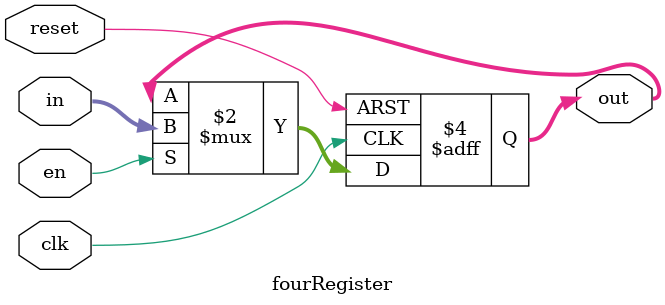
<source format=sv>
`timescale 1ns / 1ps


module fourRegister(
    input logic clk,
    input logic reset,
    input logic en,
    input logic[3:0] in,
    output logic[3:0] out
    );

always_ff@(posedge clk, posedge reset)
    if (reset) out <= 4'b0;
    else if (en) out <= in;
endmodule

</source>
